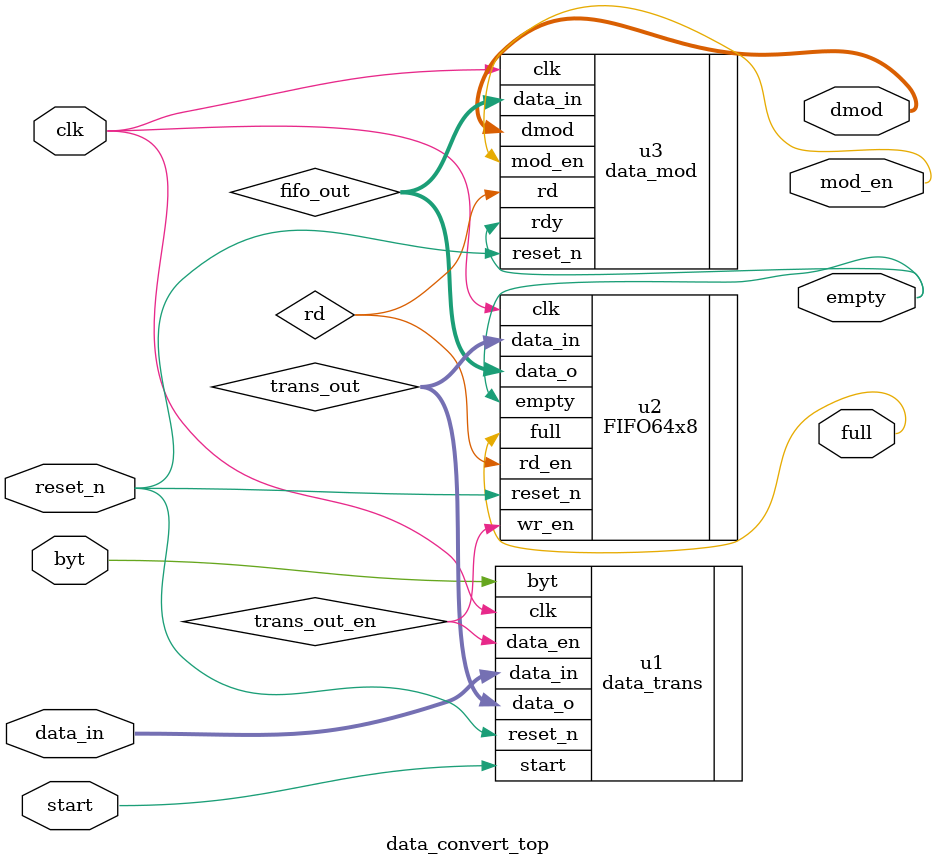
<source format=v>
module data_convert_top(
    input            clk,
    input            reset_n,
    input            start,
    input            byt,
    input    [7:0]   data_in,
    output           full,
    output           empty,
    output   [4:0]   dmod,
    output           mod_en
    );

//reg/wire define
  wire  [7:0] trans_out;
  wire        trans_out_en;
  wire  [7:0] fifo_out;
  wire        rd;

//---------------main code---------------//

data_trans u1(
    .clk     (clk),
    .reset_n (reset_n),
    .start   (start),
    .data_in (data_in),
    .byt     (byt),
    .data_o  (trans_out),
    .data_en (trans_out_en)
);

FIFO64x8 u2(
    .clk     (clk),
    .reset_n (reset_n),
    .wr_en   (trans_out_en),
    .data_in (trans_out),
    .rd_en   (rd),
    .data_o  (fifo_out),
    .full    (full),
    .empty   (empty)
);

data_mod u3(
    .clk     (clk),
    .reset_n (reset_n),
    .data_in (fifo_out),
    .rdy     (empty),
    .rd      (rd),
    .mod_en  (mod_en),
    .dmod    (dmod)
);

endmodule

</source>
